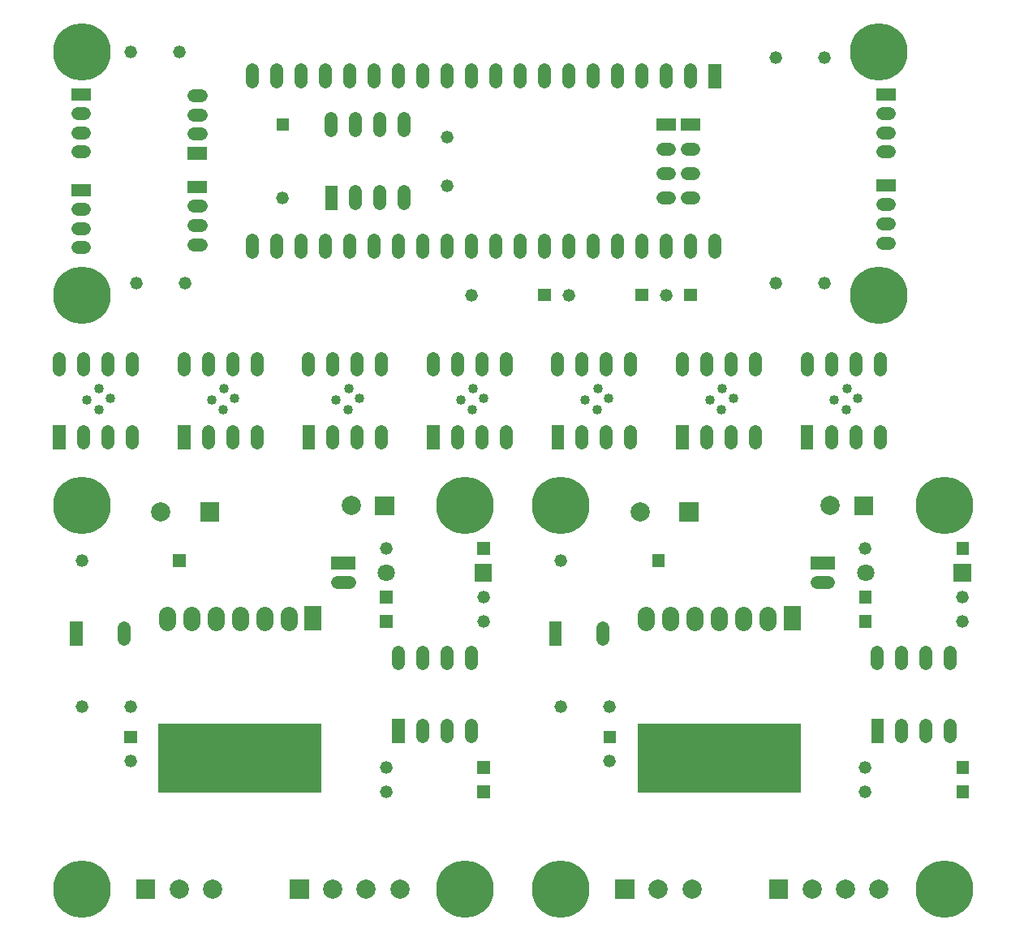
<source format=gbs>
%FSLAX24Y24*%
%MOIN*%
%ADD10C,0.0400*%
%ADD11C,0.0520*%
%ADD12C,0.0700*%
%ADD13C,0.0709*%
%ADD14C,0.0787*%
%ADD15C,0.2362*%
D10*
G01X2211Y22091D03*
X2722Y22570D03*
X3165Y22171D03*
X2693Y21685D03*
X7329Y22091D03*
X7840Y22570D03*
X8283Y22171D03*
X7811Y21685D03*
X12448Y22091D03*
X12958Y22570D03*
X13402Y22171D03*
X12929Y21685D03*
X17566Y22091D03*
X18076Y22570D03*
X18520Y22171D03*
X18047Y21685D03*
X22684Y22091D03*
X23194Y22570D03*
X23638Y22171D03*
X23165Y21685D03*
X27802Y22091D03*
X28312Y22570D03*
X28756Y22171D03*
X28283Y21685D03*
X32920Y22091D03*
X33430Y22570D03*
X33874Y22171D03*
X33402Y21685D03*
D11*
G01X3734Y12260D02*
X3734Y12740D01*
X2000Y9500D03*
X4000Y9500D03*
X14500Y7000D03*
X14500Y6000D03*
X15000Y11740D02*
X15000Y11260D01*
X18000Y8740D02*
X18000Y8260D01*
X18000Y11740D02*
X18000Y11260D01*
X16000Y11740D02*
X16000Y11260D01*
X17000Y11740D02*
X17000Y11260D01*
X16000Y8740D02*
X16000Y8260D01*
X17000Y8740D02*
X17000Y8260D01*
X18500Y14000D03*
X18500Y13000D03*
X2000Y15500D03*
X14500Y16000D03*
X4000Y7250D03*
X12510Y14606D02*
X12990Y14606D01*
X23419Y12260D02*
X23419Y12740D01*
X21685Y9500D03*
X23685Y9500D03*
X34185Y7000D03*
X34185Y6000D03*
X34685Y11740D02*
X34685Y11260D01*
X37685Y8740D02*
X37685Y8260D01*
X37685Y11740D02*
X37685Y11260D01*
X35685Y11740D02*
X35685Y11260D01*
X36685Y11740D02*
X36685Y11260D01*
X35685Y8740D02*
X35685Y8260D01*
X36685Y8740D02*
X36685Y8260D01*
X38185Y14000D03*
X38185Y13000D03*
X21685Y15500D03*
X34185Y16000D03*
X23685Y7250D03*
X32195Y14606D02*
X32675Y14606D01*
X22000Y35169D02*
X22000Y35649D01*
X14000Y35169D02*
X14000Y35649D01*
X20000Y28169D02*
X20000Y28649D01*
X13000Y28169D02*
X13000Y28649D01*
X11000Y28169D02*
X11000Y28649D01*
X27000Y35169D02*
X27000Y35649D01*
X22000Y28169D02*
X22000Y28649D01*
X21000Y28169D02*
X21000Y28649D01*
X23000Y28169D02*
X23000Y28649D01*
X16000Y28169D02*
X16000Y28649D01*
X25000Y35169D02*
X25000Y35649D01*
X18000Y28169D02*
X18000Y28649D01*
X26000Y35169D02*
X26000Y35649D01*
X12000Y28169D02*
X12000Y28649D01*
X23000Y35169D02*
X23000Y35649D01*
X15000Y28169D02*
X15000Y28649D01*
X20000Y35169D02*
X20000Y35649D01*
X16000Y35169D02*
X16000Y35649D01*
X17000Y35169D02*
X17000Y35649D01*
X25000Y28169D02*
X25000Y28649D01*
X21000Y35169D02*
X21000Y35649D01*
X28000Y28169D02*
X28000Y28649D01*
X19000Y28169D02*
X19000Y28649D01*
X12000Y35169D02*
X12000Y35649D01*
X9000Y28169D02*
X9000Y28649D01*
X17000Y28169D02*
X17000Y28649D01*
X24000Y35169D02*
X24000Y35649D01*
X15000Y35169D02*
X15000Y35649D01*
X26000Y28169D02*
X26000Y28649D01*
X14000Y28169D02*
X14000Y28649D01*
X11000Y35169D02*
X11000Y35649D01*
X18000Y35169D02*
X18000Y35649D01*
X19000Y35169D02*
X19000Y35649D01*
X9000Y35169D02*
X9000Y35649D01*
X24000Y28169D02*
X24000Y28649D01*
X13000Y35169D02*
X13000Y35649D01*
X27000Y28169D02*
X27000Y28649D01*
X10000Y28169D02*
X10000Y28649D01*
X10000Y35169D02*
X10000Y35649D01*
X2109Y33858D02*
X1829Y33858D01*
X2109Y33071D02*
X1829Y33071D01*
X2109Y32283D02*
X1829Y32283D01*
X2109Y29921D02*
X1829Y29921D01*
X2109Y29134D02*
X1829Y29134D01*
X2109Y28346D02*
X1829Y28346D01*
X35179Y33858D02*
X34899Y33858D01*
X35179Y33071D02*
X34899Y33071D01*
X35179Y32283D02*
X34899Y32283D01*
X35179Y30118D02*
X34899Y30118D01*
X35179Y29331D02*
X34899Y29331D01*
X35179Y28543D02*
X34899Y28543D01*
X27140Y31409D02*
X26860Y31409D01*
X27140Y32409D02*
X26860Y32409D01*
X27140Y30409D02*
X26860Y30409D01*
X26140Y31409D02*
X25860Y31409D01*
X26140Y32409D02*
X25860Y32409D01*
X26140Y30409D02*
X25860Y30409D01*
X26000Y26409D03*
X22000Y26409D03*
X18000Y26409D03*
X4250Y26909D03*
X6250Y26909D03*
X30500Y36159D03*
X32500Y36159D03*
X15250Y30649D02*
X15250Y30169D01*
X15250Y33649D02*
X15250Y33169D01*
X12250Y33649D02*
X12250Y33169D01*
X13250Y30649D02*
X13250Y30169D01*
X14250Y33649D02*
X14250Y33169D01*
X13250Y33649D02*
X13250Y33169D01*
X14250Y30649D02*
X14250Y30169D01*
X17000Y30909D03*
X17000Y32909D03*
X6610Y33016D02*
X6890Y33016D01*
X6610Y33803D02*
X6890Y33803D01*
X6610Y34591D02*
X6890Y34591D01*
X6890Y30053D02*
X6610Y30053D01*
X6890Y29266D02*
X6610Y29266D01*
X6890Y28478D02*
X6610Y28478D01*
X10250Y30409D03*
X4000Y36409D03*
X6000Y36409D03*
X32500Y26909D03*
X30500Y26909D03*
X4082Y20800D02*
X4082Y20320D01*
X3082Y20800D02*
X3082Y20320D01*
X2082Y20800D02*
X2082Y20320D01*
X2082Y23800D02*
X2082Y23320D01*
X4082Y23800D02*
X4082Y23320D01*
X1082Y23800D02*
X1082Y23320D01*
X3082Y23800D02*
X3082Y23320D01*
X9200Y20800D02*
X9200Y20320D01*
X8200Y20800D02*
X8200Y20320D01*
X7200Y20800D02*
X7200Y20320D01*
X7200Y23800D02*
X7200Y23320D01*
X9200Y23800D02*
X9200Y23320D01*
X6200Y23800D02*
X6200Y23320D01*
X8200Y23800D02*
X8200Y23320D01*
X14318Y20800D02*
X14318Y20320D01*
X13318Y20800D02*
X13318Y20320D01*
X12318Y20800D02*
X12318Y20320D01*
X12318Y23800D02*
X12318Y23320D01*
X14318Y23800D02*
X14318Y23320D01*
X11318Y23800D02*
X11318Y23320D01*
X13318Y23800D02*
X13318Y23320D01*
X19437Y20800D02*
X19437Y20320D01*
X18437Y20800D02*
X18437Y20320D01*
X17437Y20800D02*
X17437Y20320D01*
X17437Y23800D02*
X17437Y23320D01*
X19437Y23800D02*
X19437Y23320D01*
X16437Y23800D02*
X16437Y23320D01*
X18437Y23800D02*
X18437Y23320D01*
X24555Y20800D02*
X24555Y20320D01*
X23555Y20800D02*
X23555Y20320D01*
X22555Y20800D02*
X22555Y20320D01*
X22555Y23800D02*
X22555Y23320D01*
X24555Y23800D02*
X24555Y23320D01*
X21555Y23800D02*
X21555Y23320D01*
X23555Y23800D02*
X23555Y23320D01*
X29673Y20800D02*
X29673Y20320D01*
X28673Y20800D02*
X28673Y20320D01*
X27673Y20800D02*
X27673Y20320D01*
X27673Y23800D02*
X27673Y23320D01*
X29673Y23800D02*
X29673Y23320D01*
X26673Y23800D02*
X26673Y23320D01*
X28673Y23800D02*
X28673Y23320D01*
X34791Y20800D02*
X34791Y20320D01*
X33791Y20800D02*
X33791Y20320D01*
X32791Y20800D02*
X32791Y20320D01*
X32791Y23800D02*
X32791Y23320D01*
X34791Y23800D02*
X34791Y23320D01*
X31791Y23800D02*
X31791Y23320D01*
X33791Y23800D02*
X33791Y23320D01*
D12*
G01X8500Y12975D02*
X8500Y13275D01*
X5500Y12975D02*
X5500Y13275D01*
X9500Y12975D02*
X9500Y13275D01*
X7500Y12975D02*
X7500Y13275D01*
X6500Y12975D02*
X6500Y13275D01*
X10500Y12975D02*
X10500Y13275D01*
X28185Y12975D02*
X28185Y13275D01*
X25185Y12975D02*
X25185Y13275D01*
X29185Y12975D02*
X29185Y13275D01*
X27185Y12975D02*
X27185Y13275D01*
X26185Y12975D02*
X26185Y13275D01*
X30185Y12975D02*
X30185Y13275D01*
D13*
G01X14512Y15000D03*
X34198Y15000D03*
D14*
G01X5250Y17500D03*
X6000Y2000D03*
X7378Y2000D03*
X13689Y2000D03*
X12311Y2000D03*
X15067Y2000D03*
X13061Y17750D03*
X24935Y17500D03*
X25685Y2000D03*
X27063Y2000D03*
X33374Y2000D03*
X31996Y2000D03*
X34752Y2000D03*
X32746Y17750D03*
D15*
G01X2000Y2000D03*
X2000Y17750D03*
X17750Y17750D03*
X17750Y2000D03*
X21685Y2000D03*
X21685Y17750D03*
X37435Y17750D03*
X37435Y2000D03*
X2000Y26409D03*
X2000Y36409D03*
X34750Y26409D03*
X34750Y36409D03*
G36*
X6856Y17106D02*
X7643Y17106D01*
X7643Y17893D01*
X6856Y17893D01*
X6856Y17106D01*
G37*
G36*
X2026Y12000D02*
X2026Y13000D01*
X1506Y13000D01*
X1506Y12000D01*
X2026Y12000D01*
G37*
G36*
X5015Y2393D02*
X4228Y2393D01*
X4228Y1606D01*
X5015Y1606D01*
X5015Y2393D01*
G37*
G36*
X11150Y12625D02*
X11850Y12625D01*
X11850Y13625D01*
X11150Y13625D01*
X11150Y12625D01*
G37*
G36*
X5153Y5957D02*
X11846Y5957D01*
X11846Y8792D01*
X5153Y8792D01*
X5153Y5957D01*
G37*
G36*
X11326Y2393D02*
X10539Y2393D01*
X10539Y1606D01*
X11326Y1606D01*
X11326Y2393D01*
G37*
G36*
X18240Y6740D02*
X18760Y6740D01*
X18760Y7260D01*
X18240Y7260D01*
X18240Y6740D01*
G37*
G36*
X18240Y5740D02*
X18760Y5740D01*
X18760Y6260D01*
X18240Y6260D01*
X18240Y5740D01*
G37*
G36*
X15260Y9000D02*
X14740Y9000D01*
X14740Y8000D01*
X15260Y8000D01*
X15260Y9000D01*
G37*
G36*
X14760Y14260D02*
X14240Y14260D01*
X14240Y13740D01*
X14760Y13740D01*
X14760Y14260D01*
G37*
G36*
X14760Y13260D02*
X14240Y13260D01*
X14240Y12740D01*
X14760Y12740D01*
X14760Y13260D01*
G37*
G36*
X5740Y15240D02*
X6260Y15240D01*
X6260Y15760D01*
X5740Y15760D01*
X5740Y15240D01*
G37*
G36*
X18240Y15740D02*
X18760Y15740D01*
X18760Y16260D01*
X18240Y16260D01*
X18240Y15740D01*
G37*
G36*
X18132Y14645D02*
X18841Y14645D01*
X18841Y15354D01*
X18132Y15354D01*
X18132Y14645D01*
G37*
G36*
X4260Y7990D02*
X4260Y8510D01*
X3740Y8510D01*
X3740Y7990D01*
X4260Y7990D01*
G37*
G36*
X14045Y17356D02*
X14832Y17356D01*
X14832Y18143D01*
X14045Y18143D01*
X14045Y17356D01*
G37*
G36*
X12250Y15654D02*
X12250Y15134D01*
X13250Y15134D01*
X13250Y15654D01*
X12250Y15654D01*
G37*
G36*
X26541Y17106D02*
X27328Y17106D01*
X27328Y17893D01*
X26541Y17893D01*
X26541Y17106D01*
G37*
G36*
X21711Y12000D02*
X21711Y13000D01*
X21191Y13000D01*
X21191Y12000D01*
X21711Y12000D01*
G37*
G36*
X24700Y2393D02*
X23913Y2393D01*
X23913Y1606D01*
X24700Y1606D01*
X24700Y2393D01*
G37*
G36*
X30835Y12625D02*
X31535Y12625D01*
X31535Y13625D01*
X30835Y13625D01*
X30835Y12625D01*
G37*
G36*
X24838Y5957D02*
X31531Y5957D01*
X31531Y8792D01*
X24838Y8792D01*
X24838Y5957D01*
G37*
G36*
X31011Y2393D02*
X30224Y2393D01*
X30224Y1606D01*
X31011Y1606D01*
X31011Y2393D01*
G37*
G36*
X37925Y6740D02*
X38445Y6740D01*
X38445Y7260D01*
X37925Y7260D01*
X37925Y6740D01*
G37*
G36*
X37925Y5740D02*
X38445Y5740D01*
X38445Y6260D01*
X37925Y6260D01*
X37925Y5740D01*
G37*
G36*
X34945Y9000D02*
X34425Y9000D01*
X34425Y8000D01*
X34945Y8000D01*
X34945Y9000D01*
G37*
G36*
X34445Y14260D02*
X33925Y14260D01*
X33925Y13740D01*
X34445Y13740D01*
X34445Y14260D01*
G37*
G36*
X34445Y13260D02*
X33925Y13260D01*
X33925Y12740D01*
X34445Y12740D01*
X34445Y13260D01*
G37*
G36*
X25425Y15240D02*
X25945Y15240D01*
X25945Y15760D01*
X25425Y15760D01*
X25425Y15240D01*
G37*
G36*
X37925Y15740D02*
X38445Y15740D01*
X38445Y16260D01*
X37925Y16260D01*
X37925Y15740D01*
G37*
G36*
X37818Y14645D02*
X38527Y14645D01*
X38527Y15354D01*
X37818Y15354D01*
X37818Y14645D01*
G37*
G36*
X23945Y7990D02*
X23945Y8510D01*
X23425Y8510D01*
X23425Y7990D01*
X23945Y7990D01*
G37*
G36*
X33730Y17356D02*
X34517Y17356D01*
X34517Y18143D01*
X33730Y18143D01*
X33730Y17356D01*
G37*
G36*
X31935Y15654D02*
X31935Y15134D01*
X32935Y15134D01*
X32935Y15654D01*
X31935Y15654D01*
G37*
G36*
X27740Y34909D02*
X28260Y34909D01*
X28260Y35909D01*
X27740Y35909D01*
X27740Y34909D01*
G37*
G36*
X2369Y34386D02*
X2369Y34906D01*
X1569Y34906D01*
X1569Y34386D01*
X2369Y34386D01*
G37*
G36*
X2369Y30449D02*
X2369Y30969D01*
X1569Y30969D01*
X1569Y30449D01*
X2369Y30449D01*
G37*
G36*
X35439Y34386D02*
X35439Y34906D01*
X34639Y34906D01*
X34639Y34386D01*
X35439Y34386D01*
G37*
G36*
X35439Y30646D02*
X35439Y31166D01*
X34639Y31166D01*
X34639Y30646D01*
X35439Y30646D01*
G37*
G36*
X27400Y33149D02*
X27400Y33669D01*
X26600Y33669D01*
X26600Y33149D01*
X27400Y33149D01*
G37*
G36*
X26400Y33149D02*
X26400Y33669D01*
X25600Y33669D01*
X25600Y33149D01*
X26400Y33149D01*
G37*
G36*
X26740Y26149D02*
X27260Y26149D01*
X27260Y26669D01*
X26740Y26669D01*
X26740Y26149D01*
G37*
G36*
X24740Y26149D02*
X25260Y26149D01*
X25260Y26669D01*
X24740Y26669D01*
X24740Y26149D01*
G37*
G36*
X20740Y26149D02*
X21260Y26149D01*
X21260Y26669D01*
X20740Y26669D01*
X20740Y26149D01*
G37*
G36*
X12510Y30909D02*
X11990Y30909D01*
X11990Y29909D01*
X12510Y29909D01*
X12510Y30909D01*
G37*
G36*
X6350Y32488D02*
X6350Y31968D01*
X7150Y31968D01*
X7150Y32488D01*
X6350Y32488D01*
G37*
G36*
X7150Y30581D02*
X7150Y31101D01*
X6350Y31101D01*
X6350Y30581D01*
X7150Y30581D01*
G37*
G36*
X10510Y33149D02*
X10510Y33669D01*
X9990Y33669D01*
X9990Y33149D01*
X10510Y33149D01*
G37*
G36*
X1342Y21060D02*
X822Y21060D01*
X822Y20060D01*
X1342Y20060D01*
X1342Y21060D01*
G37*
G36*
X6460Y21060D02*
X5940Y21060D01*
X5940Y20060D01*
X6460Y20060D01*
X6460Y21060D01*
G37*
G36*
X11578Y21060D02*
X11058Y21060D01*
X11058Y20060D01*
X11578Y20060D01*
X11578Y21060D01*
G37*
G36*
X16697Y21060D02*
X16177Y21060D01*
X16177Y20060D01*
X16697Y20060D01*
X16697Y21060D01*
G37*
G36*
X21815Y21060D02*
X21295Y21060D01*
X21295Y20060D01*
X21815Y20060D01*
X21815Y21060D01*
G37*
G36*
X26933Y21060D02*
X26413Y21060D01*
X26413Y20060D01*
X26933Y20060D01*
X26933Y21060D01*
G37*
G36*
X32051Y21060D02*
X31531Y21060D01*
X31531Y20060D01*
X32051Y20060D01*
X32051Y21060D01*
G37*
M02*

</source>
